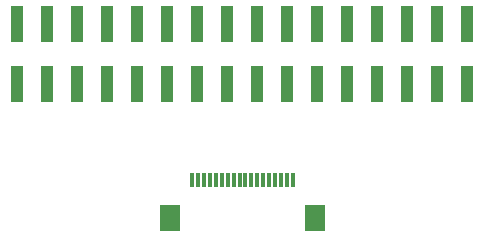
<source format=gbr>
%TF.GenerationSoftware,KiCad,Pcbnew,9.0.0*%
%TF.CreationDate,2025-10-10T19:38:29-07:00*%
%TF.ProjectId,fj-eyespi-min,666a2d65-7965-4737-9069-2d6d696e2e6b,rev?*%
%TF.SameCoordinates,Original*%
%TF.FileFunction,Soldermask,Top*%
%TF.FilePolarity,Negative*%
%FSLAX46Y46*%
G04 Gerber Fmt 4.6, Leading zero omitted, Abs format (unit mm)*
G04 Created by KiCad (PCBNEW 9.0.0) date 2025-10-10 19:38:29*
%MOMM*%
%LPD*%
G01*
G04 APERTURE LIST*
%ADD10R,0.300000X1.300000*%
%ADD11R,1.800000X2.200000*%
%ADD12R,1.000000X3.150000*%
G04 APERTURE END LIST*
D10*
%TO.C,J1*%
X151700000Y-92850000D03*
X152200000Y-92850000D03*
X152700000Y-92850000D03*
X153200000Y-92850000D03*
X153700000Y-92850000D03*
X154200000Y-92850000D03*
X154700000Y-92850000D03*
X155200000Y-92850000D03*
X155700000Y-92850000D03*
X156200000Y-92850000D03*
X156700000Y-92850000D03*
X157200000Y-92850000D03*
X157700000Y-92850000D03*
X158200000Y-92850000D03*
X158700000Y-92850000D03*
X159200000Y-92850000D03*
X159700000Y-92850000D03*
X160200000Y-92850000D03*
D11*
X149800000Y-96100000D03*
X162100000Y-96100000D03*
%TD*%
D12*
%TO.C,J2*%
X136900000Y-84700000D03*
X136900000Y-79650000D03*
X139440000Y-84700000D03*
X139440000Y-79650000D03*
X141980000Y-84700000D03*
X141980000Y-79650000D03*
X144520000Y-84700000D03*
X144520000Y-79650000D03*
X147060000Y-84700000D03*
X147060000Y-79650000D03*
X149600000Y-84700000D03*
X149600000Y-79650000D03*
X152140000Y-84700000D03*
X152140000Y-79650000D03*
X154680000Y-84700000D03*
X154680000Y-79650000D03*
X157220000Y-84700000D03*
X157220000Y-79650000D03*
X159760000Y-84700000D03*
X159760000Y-79650000D03*
X162300000Y-84700000D03*
X162300000Y-79650000D03*
X164840000Y-84700000D03*
X164840000Y-79650000D03*
X167380000Y-84700000D03*
X167380000Y-79650000D03*
X169920000Y-84700000D03*
X169920000Y-79650000D03*
X172460000Y-84700000D03*
X172460000Y-79650000D03*
X175000000Y-84700000D03*
X175000000Y-79650000D03*
%TD*%
M02*

</source>
